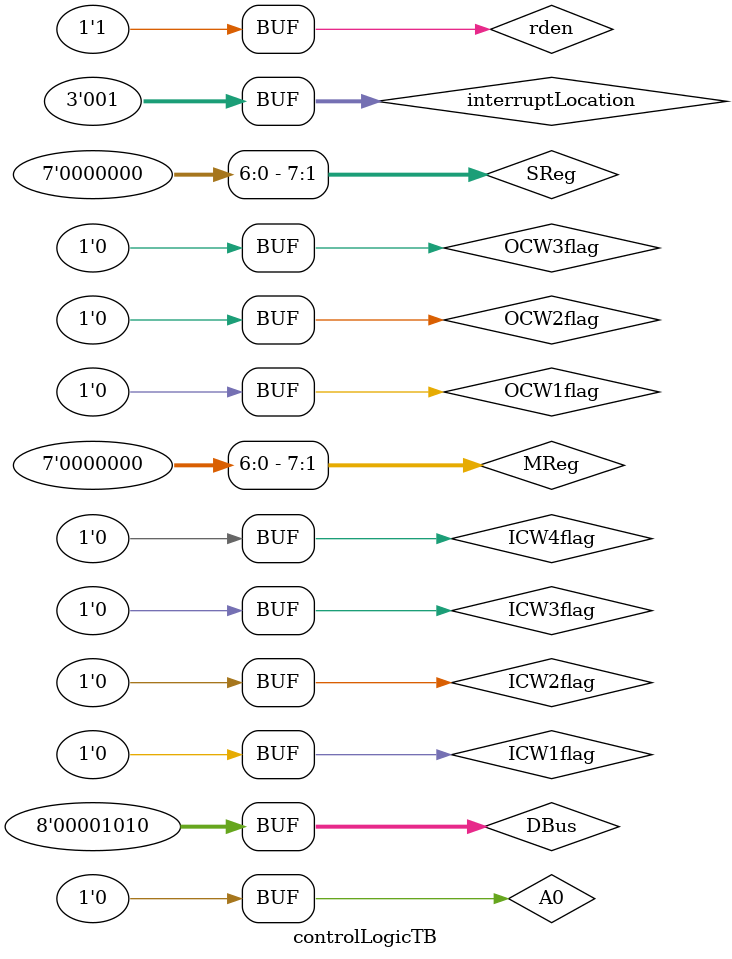
<source format=v>
module controlLogic (
input A0,
input rden,
input ICW1flag,
input ICW2flag,
input ICW3flag,
input ICW4flag,
input OCW1flag,
input OCW2flag,
input OCW3flag,
input [7:0] DBus,
output reg LTIM,
output reg SNGL,
output reg IC4,
output reg [4:0] TReg,
output reg [7:0] SReg,
output reg SFNM,
output reg BUF,
output reg MS,
output reg AEOI,
output reg [7:0] MReg,
output reg R,
output reg SL,
output reg EOI,
output reg readIRR,
output reg readISR,
output reg readIMR
);


	reg P, RR, RIS;


	always @(ICW1flag, ICW2flag, ICW3flag, ICW4flag, OCW1flag, OCW2flag, OCW3flag) begin

		if(ICW1flag) begin
				LTIM <= DBus[3];
				SNGL <= DBus[1];
				IC4 <= DBus[0];
			end

			else if(ICW2flag) begin
				TReg <= DBus[7:3];
				if (IC4 == 0) begin
					SFNM <= 1'b0;
					AEOI <= 1'b0;
				end
			end

			else if(ICW3flag)
				SReg <= DBus[7:0];

			else if(ICW4flag) begin
				SFNM <= DBus[4];
				BUF <= DBus[3];
				MS <= DBus[2];
				AEOI <= DBus[1];
			end

			else if(OCW1flag)
				MReg <= DBus[7:0];

			else if(OCW2flag) begin
				R <= DBus[7];
				SL <= DBus[6];
				EOI <= DBus[5];
			end

			else if(OCW3flag) begin
				P <= DBus[2];
				RR <= DBus[1];
				RIS <= DBus[0];
			end

	end

	always @(rden, A0) begin

		readIRR <= ((~P) && RR && (~RIS) && rden && (~A0));
		readISR <= ((~P) && RR && RIS && rden && (~A0));
		readIMR <= (A0 && rden);

	end


endmodule



module controlLogicTB ();


	reg ICW1flag, ICW2flag, ICW3flag, ICW4flag, OCW1flag, OCW2flag, OCW3flag;
	reg rden, A0;
	reg [7:0] DBus;
	reg [2:0] interruptLocation;

	wire LTIM, SNGL, IC4, SFNM, BUF, MS, AEOI, R, SL, EOI, readIRR, readISR, readIMR;
	wire [7:3] TReg;
	wire [7:0] SReg;
	wire [7:0] MReg;


	initial begin


		// Testing ICW1
		A0 = 1'b0;
		rden = 1'b0;
		DBus = 8'b00011101;
		ICW1flag = 1'b1;
		#50; //0->50

		// Testing ICW2
		A0 = 1'b1;
		DBus = 8'b11001010;
		ICW1flag = 1'b0;
		ICW2flag = 1'b1;
		interruptLocation = 3'b101;
		#50; //50->100

		// Testing ICW3
		DBus = 8'b00011110;
		ICW2flag = 1'b0;
		ICW3flag = 1'b1;
		#50; //100->150

		// Testing ICW4
		DBus = 8'b00010010;
		ICW3flag = 1'b0;
		ICW4flag = 1'b1;
		#50; //150->200

		// Testing OCW1
		DBus = 8'b01101010;
		ICW4flag = 1'b0;
		OCW1flag = 1'b1;
		#50; //200->250

		// Testing OCW2
		A0 = 1'b0;
		DBus = 8'b11000100;
		OCW1flag = 1'b0;
		OCW2flag = 1'b1;
		#50; //250->300

		// Testing OCW3
		DBus = 8'b00001011;
		OCW2flag = 1'b0;
		OCW3flag = 1'b1;
		#50; //300->350

		// Reading ISR (P=0, RR=1, RIS=1)
		OCW3flag = 1'b0;
		rden = 1'b1;
		#50; //350->400

		// Writing another OCW3
		rden = 1'b0;
		DBus = 8'b00001010;
		OCW3flag = 1'b1;
		#50; //400->450

		// Reading IRR (P=0, RR=1, RIS=0)
		OCW3flag = 1'b0;
		rden = 1'b1;
		#50; //450->500

		// Reading IMR
		A0 = 1'b1;
		#50; //500->550

		// Stop Reading
		rden = 1'b0;
		#50; //550->600

		// Reading IRR again (Remembering the last OCW3)
		rden = 1'b1;
		A0 = 1'b0;
		#50; //600->650


	end

	controlLogic CLInstance (
	A0,
	rden,
	ICW1flag,
	ICW2flag,
	ICW3flag,
	ICW4flag,
	OCW1flag,
	OCW2flag,
	OCW3flag,
	DBus,
	interruptLocation,
	LTIM,
	SNGL,
	IC4,
	TReg,
	SReg,
	SFNM,
	BUF,
	MS,
	AEOI,
	MReg,
	R,
	SL,
	EOI,
	readIRR,
	readISR,
	readIMR
	);


endmodule

</source>
